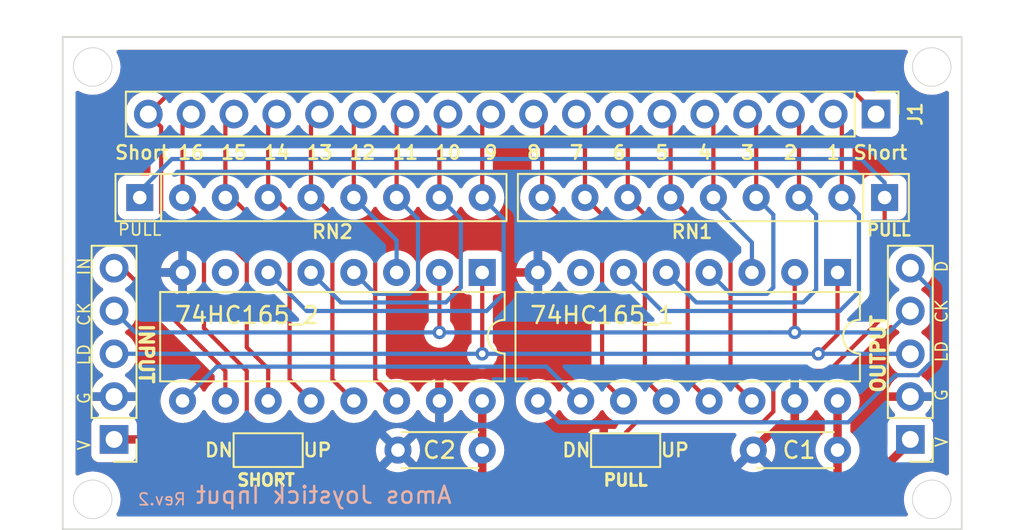
<source format=kicad_pcb>
(kicad_pcb (version 20211014) (generator pcbnew)
  (title_block (title "Joystick Input Board") (rev "2") (company "Amos Home"))
  (layers (0 "F.Cu" signal) (31 "B.Cu" signal) (34 "B.Paste" user) (35 "F.Paste" user) (36 "B.SilkS" user "B.Silkscreen") (37 "F.SilkS" user "F.Silkscreen") (38 "B.Mask" user) (39 "F.Mask" user) (44 "Edge.Cuts" user))
  (net 0 "")
  (net 1 "/PULL")
  (net 2 "/C_SHORT")
  (net 3 "/C_UP")
  (net 4 "/C_DOWN")
  (net 5 "/C_LEFT")
  (net 6 "/C_RIGHT")
  (net 7 "/C_START")
  (net 8 "/C_SELECT")
  (net 9 "VCC")
  (net 10 "GND")
  (net 11 "/D_IN")
  (net 12 "/D_OUT")
  (net 13 "/LOAD")
  (net 14 "/CLK")
  (net 15 "/C_A")
  (net 16 "/C_B")
  (net 17 "/C_X")
  (net 18 "/C_Y")
  (net 19 "/C_EX4")
  (net 20 "/C_EX3")
  (net 21 "/C_EX2")
  (net 22 "/C_EX1")
  (net 23 "/Q7")
  (net 24 "/C_R")
  (net 25 "/C_L")
  (footprint "Connector_PinHeader_2.54mm:PinHeader_1x05_P2.54mm_Vertical" (layer "F.Cu") (at 130.302 103.505 180)
    (fp_text reference "IN1" hide)
    (fp_text value "Conn_01x05_Male")
    (fp_line (start 1.33 1.27) (end 1.33 11.49) (layer "F.SilkS") (width 0.12))
    (fp_line (start -1.33 0) (end -1.33 -1.33) (layer "F.SilkS") (width 0.12))
    (fp_line (start -1.33 1.27) (end -1.33 11.49) (layer "F.SilkS") (width 0.12))
    (fp_line (start -1.33 11.49) (end 1.33 11.49) (layer "F.SilkS") (width 0.12))
    (fp_line (start -1.33 1.27) (end 1.33 1.27) (layer "F.SilkS") (width 0.12))
    (fp_line (start -1.33 -1.33) (end 0 -1.33) (layer "F.SilkS") (width 0.12))
    (pad "1" thru_hole rect locked (at 0 0 180) (size 1.7 1.7) (drill 1) (layers *.Cu *.Mask) (net 9 "VCC"))
    (pad "2" thru_hole oval locked (at 0 2.54 180) (size 1.7 1.7) (drill 1) (layers *.Cu *.Mask) (net 10 "GND"))
    (pad "3" thru_hole oval locked (at 0 5.08 180) (size 1.7 1.7) (drill 1) (layers *.Cu *.Mask) (net 13 "/LOAD"))
    (pad "4" thru_hole oval locked (at 0 7.62 180) (size 1.7 1.7) (drill 1) (layers *.Cu *.Mask) (net 14 "/CLK"))
    (pad "5" thru_hole oval locked (at 0 10.16 180) (size 1.7 1.7) (drill 1) (layers *.Cu *.Mask) (net 11 "/D_IN"))
  )
  (footprint "Package_DIP:DIP-16_W7.62mm" (layer "F.Cu") (at 152.146 93.599 -90)
    (fp_text reference "74HC165_2" (at 2.54 13.97 180) (layer "F.SilkS"))
    (fp_text value "74HC165")
    (fp_line (start 6.46 -1.33) (end 4.81 -1.33) (layer "F.SilkS") (width 0.12))
    (fp_line (start 1.16 -1.33) (end 1.16 19.11) (layer "F.SilkS") (width 0.12))
    (fp_line (start 2.81 -1.33) (end 1.16 -1.33) (layer "F.SilkS") (width 0.12))
    (fp_line (start 6.46 19.11) (end 6.46 -1.33) (layer "F.SilkS") (width 0.12))
    (fp_line (start 1.16 19.11) (end 6.46 19.11) (layer "F.SilkS") (width 0.12))
    (fp_arc (start 4.81 -1.33) (mid 3.81 -0.33) (end 2.81 -1.33) (layer "F.SilkS") (width 0.12))
    (pad "1" thru_hole rect locked (at 0 0 270) (size 1.6 1.6) (drill 0.8) (layers *.Cu *.Mask) (net 13 "/LOAD"))
    (pad "2" thru_hole oval locked (at 0 2.54 270) (size 1.6 1.6) (drill 0.8) (layers *.Cu *.Mask) (net 14 "/CLK"))
    (pad "3" thru_hole oval locked (at 0 5.08 270) (size 1.6 1.6) (drill 0.8) (layers *.Cu *.Mask) (net 24 "/C_R"))
    (pad "4" thru_hole oval locked (at 0 7.62 270) (size 1.6 1.6) (drill 0.8) (layers *.Cu *.Mask) (net 25 "/C_L"))
    (pad "5" thru_hole oval locked (at 0 10.16 270) (size 1.6 1.6) (drill 0.8) (layers *.Cu *.Mask) (net 18 "/C_Y"))
    (pad "6" thru_hole oval locked (at 0 12.7 270) (size 1.6 1.6) (drill 0.8) (layers *.Cu *.Mask) (net 17 "/C_X"))
    (pad "7" thru_hole oval locked (at 0 15.24 270) (size 1.6 1.6) (drill 0.8) (layers *.Cu *.Mask))
    (pad "8" thru_hole oval locked (at 0 17.78 270) (size 1.6 1.6) (drill 0.8) (layers *.Cu *.Mask) (net 10 "GND"))
    (pad "9" thru_hole oval locked (at 7.62 17.78 270) (size 1.6 1.6) (drill 0.8) (layers *.Cu *.Mask) (net 23 "/Q7"))
    (pad "10" thru_hole oval locked (at 7.62 15.24 270) (size 1.6 1.6) (drill 0.8) (layers *.Cu *.Mask) (net 11 "/D_IN"))
    (pad "11" thru_hole oval locked (at 7.62 12.7 270) (size 1.6 1.6) (drill 0.8) (layers *.Cu *.Mask) (net 19 "/C_EX4"))
    (pad "12" thru_hole oval locked (at 7.62 10.16 270) (size 1.6 1.6) (drill 0.8) (layers *.Cu *.Mask) (net 20 "/C_EX3"))
    (pad "13" thru_hole oval locked (at 7.62 7.62 270) (size 1.6 1.6) (drill 0.8) (layers *.Cu *.Mask) (net 21 "/C_EX2"))
    (pad "14" thru_hole oval locked (at 7.62 5.08 270) (size 1.6 1.6) (drill 0.8) (layers *.Cu *.Mask) (net 22 "/C_EX1"))
    (pad "15" thru_hole oval locked (at 7.62 2.54 270) (size 1.6 1.6) (drill 0.8) (layers *.Cu *.Mask) (net 10 "GND"))
    (pad "16" thru_hole oval locked (at 7.62 0 270) (size 1.6 1.6) (drill 0.8) (layers *.Cu *.Mask) (net 9 "VCC"))
  )
  (footprint "Package_DIP:DIP-16_W7.62mm" (layer "F.Cu") (at 173.228 93.599 -90)
    (fp_text reference "74HC165_1" (at 2.54 13.97 180) (layer "F.SilkS"))
    (fp_text value "74HC165")
    (fp_line (start 6.46 19.11) (end 6.46 -1.33) (layer "F.SilkS") (width 0.12))
    (fp_line (start 1.16 -1.33) (end 1.16 19.11) (layer "F.SilkS") (width 0.12))
    (fp_line (start 1.16 19.11) (end 6.46 19.11) (layer "F.SilkS") (width 0.12))
    (fp_line (start 6.46 -1.33) (end 4.81 -1.33) (layer "F.SilkS") (width 0.12))
    (fp_line (start 2.81 -1.33) (end 1.16 -1.33) (layer "F.SilkS") (width 0.12))
    (fp_arc (start 4.81 -1.33) (mid 3.81 -0.33) (end 2.81 -1.33) (layer "F.SilkS") (width 0.12))
    (pad "1" thru_hole rect locked (at 0 0 270) (size 1.6 1.6) (drill 0.8) (layers *.Cu *.Mask) (net 13 "/LOAD"))
    (pad "2" thru_hole oval locked (at 0 2.54 270) (size 1.6 1.6) (drill 0.8) (layers *.Cu *.Mask) (net 14 "/CLK"))
    (pad "3" thru_hole oval locked (at 0 5.08 270) (size 1.6 1.6) (drill 0.8) (layers *.Cu *.Mask) (net 6 "/C_RIGHT"))
    (pad "4" thru_hole oval locked (at 0 7.62 270) (size 1.6 1.6) (drill 0.8) (layers *.Cu *.Mask) (net 5 "/C_LEFT"))
    (pad "5" thru_hole oval locked (at 0 10.16 270) (size 1.6 1.6) (drill 0.8) (layers *.Cu *.Mask) (net 4 "/C_DOWN"))
    (pad "6" thru_hole oval locked (at 0 12.7 270) (size 1.6 1.6) (drill 0.8) (layers *.Cu *.Mask) (net 3 "/C_UP"))
    (pad "7" thru_hole oval locked (at 0 15.24 270) (size 1.6 1.6) (drill 0.8) (layers *.Cu *.Mask))
    (pad "8" thru_hole oval locked (at 0 17.78 270) (size 1.6 1.6) (drill 0.8) (layers *.Cu *.Mask) (net 10 "GND"))
    (pad "9" thru_hole oval locked (at 7.62 17.78 270) (size 1.6 1.6) (drill 0.8) (layers *.Cu *.Mask) (net 12 "/D_OUT"))
    (pad "10" thru_hole oval locked (at 7.62 15.24 270) (size 1.6 1.6) (drill 0.8) (layers *.Cu *.Mask) (net 23 "/Q7"))
    (pad "11" thru_hole oval locked (at 7.62 12.7 270) (size 1.6 1.6) (drill 0.8) (layers *.Cu *.Mask) (net 16 "/C_B"))
    (pad "12" thru_hole oval locked (at 7.62 10.16 270) (size 1.6 1.6) (drill 0.8) (layers *.Cu *.Mask) (net 15 "/C_A"))
    (pad "13" thru_hole oval locked (at 7.62 7.62 270) (size 1.6 1.6) (drill 0.8) (layers *.Cu *.Mask) (net 8 "/C_SELECT"))
    (pad "14" thru_hole oval locked (at 7.62 5.08 270) (size 1.6 1.6) (drill 0.8) (layers *.Cu *.Mask) (net 7 "/C_START"))
    (pad "15" thru_hole oval locked (at 7.62 2.54 270) (size 1.6 1.6) (drill 0.8) (layers *.Cu *.Mask) (net 10 "GND"))
    (pad "16" thru_hole oval locked (at 7.62 0 270) (size 1.6 1.6) (drill 0.8) (layers *.Cu *.Mask) (net 9 "VCC"))
  )
  (footprint "Resistor_THT:R_Array_SIP9" (layer "F.Cu") (at 176.022 89.154 180)
    (fp_text reference "RN1" (at 11.43 -2.032) (layer "F.SilkS") (effects (font (size 0.8 0.8))))
    (fp_text value "10K")
    (fp_line (start -1.44 -1.4) (end -1.44 1.4) (layer "F.SilkS") (width 0.12))
    (fp_line (start 21.76 -1.4) (end -1.44 -1.4) (layer "F.SilkS") (width 0.12))
    (fp_line (start -1.44 1.4) (end 21.76 1.4) (layer "F.SilkS") (width 0.12))
    (fp_line (start 21.76 1.4) (end 21.76 -1.4) (layer "F.SilkS") (width 0.12))
    (fp_line (start 1.27 -1.4) (end 1.27 1.4) (layer "F.SilkS") (width 0.12))
    (pad "1" thru_hole rect locked (at 0 0 180) (size 1.6 1.6) (drill 0.8) (layers *.Cu *.Mask) (net 1 "/PULL"))
    (pad "2" thru_hole oval locked (at 2.54 0 180) (size 1.6 1.6) (drill 0.8) (layers *.Cu *.Mask) (net 3 "/C_UP"))
    (pad "3" thru_hole oval locked (at 5.08 0 180) (size 1.6 1.6) (drill 0.8) (layers *.Cu *.Mask) (net 4 "/C_DOWN"))
    (pad "4" thru_hole oval locked (at 7.62 0 180) (size 1.6 1.6) (drill 0.8) (layers *.Cu *.Mask) (net 5 "/C_LEFT"))
    (pad "5" thru_hole oval locked (at 10.16 0 180) (size 1.6 1.6) (drill 0.8) (layers *.Cu *.Mask) (net 6 "/C_RIGHT"))
    (pad "6" thru_hole oval locked (at 12.7 0 180) (size 1.6 1.6) (drill 0.8) (layers *.Cu *.Mask) (net 7 "/C_START"))
    (pad "7" thru_hole oval locked (at 15.24 0 180) (size 1.6 1.6) (drill 0.8) (layers *.Cu *.Mask) (net 8 "/C_SELECT"))
    (pad "8" thru_hole oval locked (at 17.78 0 180) (size 1.6 1.6) (drill 0.8) (layers *.Cu *.Mask) (net 15 "/C_A"))
    (pad "9" thru_hole oval locked (at 20.32 0 180) (size 1.6 1.6) (drill 0.8) (layers *.Cu *.Mask) (net 16 "/C_B"))
  )
  (footprint "Connector_PinHeader_2.54mm:PinHeader_1x18_P2.54mm_Vertical" (layer "F.Cu") (at 175.514 84.201 -90)
    (fp_text reference "J1" (at 0 -2.33 90) (layer "F.SilkS") (effects (font (size 0.8 0.8))))
    (fp_text value "Conn_01x18_Male")
    (fp_line (start -1.33 1.27) (end -1.33 44.51) (layer "F.SilkS") (width 0.12))
    (fp_line (start -1.33 44.51) (end 1.33 44.51) (layer "F.SilkS") (width 0.12))
    (fp_line (start -1.33 0) (end -1.33 -1.33) (layer "F.SilkS") (width 0.12))
    (fp_line (start 1.33 1.27) (end 1.33 44.51) (layer "F.SilkS") (width 0.12))
    (fp_line (start -1.33 -1.33) (end 0 -1.33) (layer "F.SilkS") (width 0.12))
    (fp_line (start -1.33 1.27) (end 1.33 1.27) (layer "F.SilkS") (width 0.12))
    (pad "1" thru_hole rect locked (at 0 0 270) (size 1.7 1.7) (drill 1) (layers *.Cu *.Mask) (net 2 "/C_SHORT"))
    (pad "2" thru_hole oval locked (at 0 2.54 270) (size 1.7 1.7) (drill 1) (layers *.Cu *.Mask) (net 3 "/C_UP"))
    (pad "3" thru_hole oval locked (at 0 5.08 270) (size 1.7 1.7) (drill 1) (layers *.Cu *.Mask) (net 4 "/C_DOWN"))
    (pad "4" thru_hole oval locked (at 0 7.62 270) (size 1.7 1.7) (drill 1) (layers *.Cu *.Mask) (net 5 "/C_LEFT"))
    (pad "5" thru_hole oval locked (at 0 10.16 270) (size 1.7 1.7) (drill 1) (layers *.Cu *.Mask) (net 6 "/C_RIGHT"))
    (pad "6" thru_hole oval locked (at 0 12.7 270) (size 1.7 1.7) (drill 1) (layers *.Cu *.Mask) (net 7 "/C_START"))
    (pad "7" thru_hole oval locked (at 0 15.24 270) (size 1.7 1.7) (drill 1) (layers *.Cu *.Mask) (net 8 "/C_SELECT"))
    (pad "8" thru_hole oval locked (at 0 17.78 270) (size 1.7 1.7) (drill 1) (layers *.Cu *.Mask) (net 15 "/C_A"))
    (pad "9" thru_hole oval locked (at 0 20.32 270) (size 1.7 1.7) (drill 1) (layers *.Cu *.Mask) (net 16 "/C_B"))
    (pad "10" thru_hole oval locked (at 0 22.86 270) (size 1.7 1.7) (drill 1) (layers *.Cu *.Mask) (net 17 "/C_X"))
    (pad "11" thru_hole oval locked (at 0 25.4 270) (size 1.7 1.7) (drill 1) (layers *.Cu *.Mask) (net 18 "/C_Y"))
    (pad "12" thru_hole oval locked (at 0 27.94 270) (size 1.7 1.7) (drill 1) (layers *.Cu *.Mask) (net 25 "/C_L"))
    (pad "13" thru_hole oval locked (at 0 30.48 270) (size 1.7 1.7) (drill 1) (layers *.Cu *.Mask) (net 24 "/C_R"))
    (pad "14" thru_hole oval locked (at 0 33.02 270) (size 1.7 1.7) (drill 1) (layers *.Cu *.Mask) (net 22 "/C_EX1"))
    (pad "15" thru_hole oval locked (at 0 35.56 270) (size 1.7 1.7) (drill 1) (layers *.Cu *.Mask) (net 21 "/C_EX2"))
    (pad "16" thru_hole oval locked (at 0 38.1 270) (size 1.7 1.7) (drill 1) (layers *.Cu *.Mask) (net 20 "/C_EX3"))
    (pad "17" thru_hole oval locked (at 0 40.64 270) (size 1.7 1.7) (drill 1) (layers *.Cu *.Mask) (net 19 "/C_EX4"))
    (pad "18" thru_hole oval locked (at 0 43.18 270) (size 1.7 1.7) (drill 1) (layers *.Cu *.Mask) (net 2 "/C_SHORT"))
  )
  (footprint "Resistor_THT:R_Array_SIP9" (layer "F.Cu") (at 131.826 89.154)
    (fp_text reference "RN2" (at 11.43 2.032) (layer "F.SilkS") (effects (font (size 0.8 0.8))))
    (fp_text value "10K")
    (fp_line (start 1.27 -1.4) (end 1.27 1.4) (layer "F.SilkS") (width 0.12))
    (fp_line (start 21.76 1.4) (end 21.76 -1.4) (layer "F.SilkS") (width 0.12))
    (fp_line (start -1.44 1.4) (end 21.76 1.4) (layer "F.SilkS") (width 0.12))
    (fp_line (start -1.44 -1.4) (end -1.44 1.4) (layer "F.SilkS") (width 0.12))
    (fp_line (start 21.76 -1.4) (end -1.44 -1.4) (layer "F.SilkS") (width 0.12))
    (pad "1" thru_hole rect locked (at 0 0) (size 1.6 1.6) (drill 0.8) (layers *.Cu *.Mask) (net 1 "/PULL"))
    (pad "2" thru_hole oval locked (at 2.54 0) (size 1.6 1.6) (drill 0.8) (layers *.Cu *.Mask) (net 19 "/C_EX4"))
    (pad "3" thru_hole oval locked (at 5.08 0) (size 1.6 1.6) (drill 0.8) (layers *.Cu *.Mask) (net 20 "/C_EX3"))
    (pad "4" thru_hole oval locked (at 7.62 0) (size 1.6 1.6) (drill 0.8) (layers *.Cu *.Mask) (net 21 "/C_EX2"))
    (pad "5" thru_hole oval locked (at 10.16 0) (size 1.6 1.6) (drill 0.8) (layers *.Cu *.Mask) (net 22 "/C_EX1"))
    (pad "6" thru_hole oval locked (at 12.7 0) (size 1.6 1.6) (drill 0.8) (layers *.Cu *.Mask) (net 24 "/C_R"))
    (pad "7" thru_hole oval locked (at 15.24 0) (size 1.6 1.6) (drill 0.8) (layers *.Cu *.Mask) (net 25 "/C_L"))
    (pad "8" thru_hole oval locked (at 17.78 0) (size 1.6 1.6) (drill 0.8) (layers *.Cu *.Mask) (net 18 "/C_Y"))
    (pad "9" thru_hole oval locked (at 20.32 0) (size 1.6 1.6) (drill 0.8) (layers *.Cu *.Mask) (net 17 "/C_X"))
  )
  (footprint "Connector_PinHeader_2.54mm:PinHeader_1x05_P2.54mm_Vertical" (layer "F.Cu") (at 177.546 103.505 180)
    (fp_text reference "OUT1" hide)
    (fp_text value "Conn_01x05_Male")
    (fp_line (start -1.33 11.49) (end 1.33 11.49) (layer "F.SilkS") (width 0.12))
    (fp_line (start -1.33 1.27) (end 1.33 1.27) (layer "F.SilkS") (width 0.12))
    (fp_line (start 1.33 1.27) (end 1.33 11.49) (layer "F.SilkS") (width 0.12))
    (fp_line (start -1.33 1.27) (end -1.33 11.49) (layer "F.SilkS") (width 0.12))
    (fp_line (start -1.33 0) (end -1.33 -1.33) (layer "F.SilkS") (width 0.12))
    (fp_line (start -1.33 -1.33) (end 0 -1.33) (layer "F.SilkS") (width 0.12))
    (pad "1" thru_hole rect locked (at 0 0 180) (size 1.7 1.7) (drill 1) (layers *.Cu *.Mask) (net 9 "VCC"))
    (pad "2" thru_hole oval locked (at 0 2.54 180) (size 1.7 1.7) (drill 1) (layers *.Cu *.Mask) (net 10 "GND"))
    (pad "3" thru_hole oval locked (at 0 5.08 180) (size 1.7 1.7) (drill 1) (layers *.Cu *.Mask) (net 13 "/LOAD"))
    (pad "4" thru_hole oval locked (at 0 7.62 180) (size 1.7 1.7) (drill 1) (layers *.Cu *.Mask) (net 14 "/CLK"))
    (pad "5" thru_hole oval locked (at 0 10.16 180) (size 1.7 1.7) (drill 1) (layers *.Cu *.Mask) (net 12 "/D_OUT"))
  )
  (footprint "Capacitor_THT:C_Disc_D4.3mm_W1.9mm_P5.00mm" (layer "F.Cu") (at 152.146 104.14 180)
    (fp_text reference "C2" (at 2.54 0) (layer "F.SilkS"))
    (fp_text value "100nF")
    (fp_line (start 0.23 -1.07) (end 0.23 -1.055) (layer "F.SilkS") (width 0.12))
    (fp_line (start 4.77 -1.07) (end 4.77 -1.055) (layer "F.SilkS") (width 0.12))
    (fp_line (start 0.23 1.055) (end 0.23 1.07) (layer "F.SilkS") (width 0.12))
    (fp_line (start 4.77 1.055) (end 4.77 1.07) (layer "F.SilkS") (width 0.12))
    (fp_line (start 0.23 1.07) (end 4.77 1.07) (layer "F.SilkS") (width 0.12))
    (fp_line (start 0.23 -1.07) (end 4.77 -1.07) (layer "F.SilkS") (width 0.12))
    (pad "1" thru_hole circle locked (at 0 0 180) (size 1.6 1.6) (drill 0.8) (layers *.Cu *.Mask) (net 9 "VCC"))
    (pad "2" thru_hole circle locked (at 5 0 180) (size 1.6 1.6) (drill 0.8) (layers *.Cu *.Mask) (net 10 "GND"))
  )
  (footprint "Capacitor_THT:C_Disc_D4.3mm_W1.9mm_P5.00mm" (layer "F.Cu") (at 173.228 104.14 180)
    (fp_text reference "C1" (at 2.286 0) (layer "F.SilkS"))
    (fp_text value "100nF")
    (fp_line (start 0.23 1.07) (end 4.77 1.07) (layer "F.SilkS") (width 0.12))
    (fp_line (start 0.23 -1.07) (end 0.23 -1.055) (layer "F.SilkS") (width 0.12))
    (fp_line (start 0.23 -1.07) (end 4.77 -1.07) (layer "F.SilkS") (width 0.12))
    (fp_line (start 0.23 1.055) (end 0.23 1.07) (layer "F.SilkS") (width 0.12))
    (fp_line (start 4.77 -1.07) (end 4.77 -1.055) (layer "F.SilkS") (width 0.12))
    (fp_line (start 4.77 1.055) (end 4.77 1.07) (layer "F.SilkS") (width 0.12))
    (pad "1" thru_hole circle locked (at 0 0 180) (size 1.6 1.6) (drill 0.8) (layers *.Cu *.Mask) (net 9 "VCC"))
    (pad "2" thru_hole circle locked (at 5 0 180) (size 1.6 1.6) (drill 0.8) (layers *.Cu *.Mask) (net 10 "GND"))
  )
  (footprint "Jumper:SolderJumper-3_P1.3mm_Bridged12_Pad1.0x1.5mm_NumberLabels" (layer "F.Cu") (at 160.655 104.14 180)
    (fp_text reference "PULL1" hide)
    (fp_text value "Conn_01x03_Male")
    (fp_text user "DN" (at 2.921 0) (layer "F.SilkS") (effects (font (size 0.8 0.8))))
    (fp_text user "UP" (at -2.921 0) (layer "F.SilkS") (effects (font (size 0.8 0.8))))
    (fp_poly (pts (xy -0.9 -0.3) (xy -0.4 -0.3) (xy -0.4 0.3) (xy -0.9 0.3)) (layer "F.Cu") (width 0) (fill solid))
    (fp_line (start 2.05 1) (end -2.05 1) (layer "F.SilkS") (width 0.12))
    (fp_line (start -2.05 -1) (end 2.05 -1) (layer "F.SilkS") (width 0.12))
    (fp_line (start -2.05 1) (end -2.05 -1) (layer "F.SilkS") (width 0.12))
    (fp_line (start 2.05 -1) (end 2.05 1) (layer "F.SilkS") (width 0.12))
    (pad "1" smd rect (at -1.3 0 180) (size 1 1.5) (layers "F.Cu" "F.Mask") (net 9 "VCC"))
    (pad "2" smd rect (at 0 0 180) (size 1 1.5) (layers "F.Cu" "F.Mask") (net 1 "/PULL"))
    (pad "3" smd rect (at 1.3 0 180) (size 1 1.5) (layers "F.Cu" "F.Mask") (net 10 "GND"))
  )
  (footprint "Jumper:SolderJumper-3_P1.3mm_Bridged12_Pad1.0x1.5mm_NumberLabels" (layer "F.Cu") (at 139.446 104.14)
    (fp_text reference "SHORT1" hide)
    (fp_text value "Conn_01x03_Male")
    (fp_text user "UP" (at 2.921 0) (layer "F.SilkS") (effects (font (size 0.8 0.8))))
    (fp_text user "DN" (at -2.921 0) (layer "F.SilkS") (effects (font (size 0.8 0.8))))
    (fp_poly (pts (xy -0.9 -0.3) (xy -0.4 -0.3) (xy -0.4 0.3) (xy -0.9 0.3)) (layer "F.Cu") (width 0) (fill solid))
    (fp_line (start 2.05 -1) (end 2.05 1) (layer "F.SilkS") (width 0.12))
    (fp_line (start -2.05 1) (end -2.05 -1) (layer "F.SilkS") (width 0.12))
    (fp_line (start 2.05 1) (end -2.05 1) (layer "F.SilkS") (width 0.12))
    (fp_line (start -2.05 -1) (end 2.05 -1) (layer "F.SilkS") (width 0.12))
    (pad "1" smd rect (at -1.3 0) (size 1 1.5) (layers "F.Cu" "F.Mask") (net 10 "GND"))
    (pad "2" smd rect (at 0 0) (size 1 1.5) (layers "F.Cu" "F.Mask") (net 2 "/C_SHORT"))
    (pad "3" smd rect (at 1.3 0) (size 1 1.5) (layers "F.Cu" "F.Mask") (net 9 "VCC"))
  )
  (gr_circle (center 129.032 107.061) (end 129.032 105.918) (layer "Edge.Cuts") (width 0.05) (fill none))
  (gr_circle (center 129.032 81.407) (end 129.032 80.264) (layer "Edge.Cuts") (width 0.05) (fill none))
  (gr_line (start 180.594 79.629) (end 180.594 108.839) (layer "Edge.Cuts") (width 0.1))
  (gr_circle (center 178.816 81.407) (end 178.816 80.264) (layer "Edge.Cuts") (width 0.05) (fill none))
  (gr_line (start 180.594 108.839) (end 127.254 108.839) (layer "Edge.Cuts") (width 0.1))
  (gr_line (start 127.254 108.839) (end 127.254 79.629) (layer "Edge.Cuts") (width 0.1))
  (gr_circle (center 178.816 107.061) (end 178.816 105.918) (layer "Edge.Cuts") (width 0.05) (fill none))
  (gr_line (start 127.254 79.629) (end 180.594 79.629) (layer "Edge.Cuts") (width 0.1))
  (gr_text "Amos Joystick Input" (at 142.748 106.807) (layer "B.SilkS") (effects (font (size 1 1)) (justify mirror)))
  (gr_text "Rev.2" (at 134.62 107.061) (layer "B.SilkS") (effects (font (size 0.7 0.7) (thickness 0.1)) (justify left mirror)))
  (gr_text "V    G   LD  CK   IN" (at 128.524 98.425 90) (layer "F.SilkS") (effects (font (size 0.7 0.7) (thickness 0.1))))
  (gr_text "V    G   LD  CK   D" (at 179.4002 98.425 90) (layer "F.SilkS") (effects (font (size 0.7 0.7) (thickness 0.1))))
  (gr_text "Short" (at 175.768 86.487) (layer "F.SilkS") (effects (font (size 0.8 0.8))))
  (gr_text "16" (at 134.874 86.487) (layer "F.SilkS") (effects (font (size 0.8 0.8))))
  (gr_text "8" (at 155.194 86.487) (layer "F.SilkS") (effects (font (size 0.8 0.8))))
  (gr_text "1" (at 172.974 86.487) (layer "F.SilkS") (effects (font (size 0.8 0.8))))
  (gr_text "SHORT" (at 139.319 105.918) (layer "F.SilkS") (effects (font (size 0.7 0.7) (thickness 0.175))))
  (gr_text "OUTPUT" (at 175.641 98.425 90) (layer "F.SilkS") (effects (font (size 0.8 0.8) (thickness 0.2))))
  (gr_text "2" (at 170.434 86.487) (layer "F.SilkS") (effects (font (size 0.8 0.8))))
  (gr_text "PULL" (at 176.276 91.0844) (layer "F.SilkS") (effects (font (size 0.7 0.7))))
  (gr_text "11" (at 147.574 86.487) (layer "F.SilkS") (effects (font (size 0.8 0.8))))
  (gr_text "13" (at 142.494 86.487) (layer "F.SilkS") (effects (font (size 0.8 0.8))))
  (gr_text "PULL" (at 160.655 105.918) (layer "F.SilkS") (effects (font (size 0.7 0.7) (thickness 0.175))))
  (gr_text "14" (at 139.954 86.487) (layer "F.SilkS") (effects (font (size 0.8 0.8))))
  (gr_text "7" (at 157.734 86.487) (layer "F.SilkS") (effects (font (size 0.8 0.8))))
  (gr_text "5" (at 162.814 86.487) (layer "F.SilkS") (effects (font (size 0.8 0.8))))
  (gr_text "9" (at 152.654 86.487) (layer "F.SilkS") (effects (font (size 0.8 0.8))))
  (gr_text "PULL" (at 131.826 91.059) (layer "F.SilkS") (effects (font (size 0.7 0.7) (thickness 0.1))))
  (gr_text "12" (at 145.034 86.487) (layer "F.SilkS") (effects (font (size 0.8 0.8))))
  (gr_text "INPUT" (at 132.207 98.425 -90) (layer "F.SilkS") (effects (font (size 0.8 0.8) (thickness 0.2))))
  (gr_text "4" (at 165.354 86.487) (layer "F.SilkS") (effects (font (size 0.8 0.8))))
  (gr_text "6" (at 160.274 86.487) (layer "F.SilkS") (effects (font (size 0.8 0.8))))
  (gr_text "15" (at 137.414 86.487) (layer "F.SilkS") (effects (font (size 0.8 0.8))))
  (gr_text "Short" (at 131.953 86.487) (layer "F.SilkS") (effects (font (size 0.8 0.8))))
  (gr_text "10" (at 150.114 86.487) (layer "F.SilkS") (effects (font (size 0.8 0.8))))
  (gr_text "3" (at 167.894 86.487) (layer "F.SilkS") (effects (font (size 0.8 0.8))))
  (segment (start 176.022 96.139) (end 176.022 88.9) (width 0.25) (layer "F.Cu") (net 1))
  (segment (start 169.418 101.854) (end 169.418 100.33) (width 0.25) (layer "F.Cu") (net 1))
  (segment (start 169.418 100.33) (end 170.307 99.441) (width 0.25) (layer "F.Cu") (net 1))
  (segment (start 170.307 99.441) (end 172.72 99.441) (width 0.25) (layer "F.Cu") (net 1))
  (segment (start 168.783 102.489) (end 169.418 101.854) (width 0.25) (layer "F.Cu") (net 1))
  (segment (start 160.685 104.14) (end 160.685 103.085) (width 0.25) (layer "F.Cu") (net 1))
  (segment (start 172.72 99.441) (end 176.022 96.139) (width 0.25) (layer "F.Cu") (net 1))
  (segment (start 160.685 103.085) (end 161.281 102.489) (width 0.25) (layer "F.Cu") (net 1))
  (segment (start 161.281 102.489) (end 168.783 102.489) (width 0.25) (layer "F.Cu") (net 1))
  (segment (start 131.826 88.773) (end 131.826 89.154) (width 0.25) (layer "B.Cu") (net 1))
  (segment (start 174.625 86.868) (end 133.731 86.868) (width 0.25) (layer "B.Cu") (net 1))
  (segment (start 133.731 86.868) (end 131.826 88.773) (width 0.25) (layer "B.Cu") (net 1))
  (segment (start 176.022 88.265) (end 174.625 86.868) (width 0.25) (layer "B.Cu") (net 1))
  (segment (start 176.022 89.154) (end 176.022 88.265) (width 0.25) (layer "B.Cu") (net 1))
  (segment (start 175.514 84.201) (end 174.117 82.804) (width 0.25) (layer "F.Cu") (net 2))
  (segment (start 133.096 84.963) (end 133.096 90.043) (width 0.25) (layer "F.Cu") (net 2))
  (segment (start 138.176 101.924501) (end 139.446 103.194501) (width 0.25) (layer "F.Cu") (net 2))
  (segment (start 132.334 84.201) (end 133.096 84.963) (width 0.25) (layer "F.Cu") (net 2))
  (segment (start 174.117 82.804) (end 133.731 82.804) (width 0.25) (layer "F.Cu") (net 2))
  (segment (start 135.636 96.901) (end 138.176 99.441) (width 0.25) (layer "F.Cu") (net 2))
  (segment (start 133.731 82.804) (end 132.334 84.201) (width 0.25) (layer "F.Cu") (net 2))
  (segment (start 135.636 92.583) (end 135.636 96.901) (width 0.25) (layer "F.Cu") (net 2))
  (segment (start 133.096 90.043) (end 135.636 92.583) (width 0.25) (layer "F.Cu") (net 2))
  (segment (start 138.176 99.441) (end 138.176 101.924501) (width 0.25) (layer "F.Cu") (net 2))
  (segment (start 139.446 103.194501) (end 139.446 104.0765) (width 0.25) (layer "F.Cu") (net 2))
  (segment (start 173.482 84.709) (end 173.482 89.154) (width 0.25) (layer "F.Cu") (net 3))
  (segment (start 172.974 84.201) (end 173.482 84.709) (width 0.25) (layer "F.Cu") (net 3))
  (segment (start 174.498 94.742) (end 174.498 90.17) (width 0.25) (layer "B.Cu") (net 3))
  (segment (start 160.528 93.599) (end 162.814 95.885) (width 0.25) (layer "B.Cu") (net 3))
  (segment (start 162.814 95.885) (end 173.355 95.885) (width 0.25) (layer "B.Cu") (net 3))
  (segment (start 173.355 95.885) (end 174.498 94.742) (width 0.25) (layer "B.Cu") (net 3))
  (segment (start 174.498 90.17) (end 173.482 89.154) (width 0.25) (layer "B.Cu") (net 3))
  (segment (start 170.434 84.201) (end 170.942 84.709) (width 0.25) (layer "F.Cu") (net 4))
  (segment (start 170.942 84.709) (end 170.942 89.154) (width 0.25) (layer "F.Cu") (net 4))
  (segment (start 171.958 90.17) (end 170.942 89.154) (width 0.25) (layer "B.Cu") (net 4))
  (segment (start 163.068 93.599) (end 164.846 95.377) (width 0.25) (layer "B.Cu") (net 4))
  (segment (start 171.958 94.615) (end 171.958 90.17) (width 0.25) (layer "B.Cu") (net 4))
  (segment (start 164.846 95.377) (end 171.196 95.377) (width 0.25) (layer "B.Cu") (net 4))
  (segment (start 171.196 95.377) (end 171.958 94.615) (width 0.25) (layer "B.Cu") (net 4))
  (segment (start 167.894 84.201) (end 168.402 84.709) (width 0.25) (layer "F.Cu") (net 5))
  (segment (start 168.402 84.709) (end 168.402 89.154) (width 0.25) (layer "F.Cu") (net 5))
  (segment (start 169.037 94.869) (end 169.418 94.488) (width 0.25) (layer "B.Cu") (net 5))
  (segment (start 166.878 94.869) (end 169.037 94.869) (width 0.25) (layer "B.Cu") (net 5))
  (segment (start 169.418 94.488) (end 169.418 90.17) (width 0.25) (layer "B.Cu") (net 5))
  (segment (start 165.608 93.599) (end 166.878 94.869) (width 0.25) (layer "B.Cu") (net 5))
  (segment (start 169.418 90.17) (end 168.402 89.154) (width 0.25) (layer "B.Cu") (net 5))
  (segment (start 165.862 84.709) (end 165.862 89.154) (width 0.25) (layer "F.Cu") (net 6))
  (segment (start 165.354 84.201) (end 165.862 84.709) (width 0.25) (layer "F.Cu") (net 6))
  (segment (start 168.148 91.821) (end 165.862 89.535) (width 0.25) (layer "B.Cu") (net 6))
  (segment (start 165.862 89.535) (end 165.862 89.154) (width 0.25) (layer "B.Cu") (net 6))
  (segment (start 168.148 93.599) (end 168.148 91.821) (width 0.25) (layer "B.Cu") (net 6))
  (segment (start 162.814 84.201) (end 163.322 84.709) (width 0.25) (layer "F.Cu") (net 7))
  (segment (start 163.322 89.154) (end 166.878 92.71) (width 0.25) (layer "F.Cu") (net 7))
  (segment (start 166.878 99.949) (end 168.148 101.219) (width 0.25) (layer "F.Cu") (net 7))
  (segment (start 166.878 92.71) (end 166.878 99.949) (width 0.25) (layer "F.Cu") (net 7))
  (segment (start 163.322 84.709) (end 163.322 89.154) (width 0.25) (layer "F.Cu") (net 7))
  (segment (start 160.274 84.201) (end 160.782 84.709) (width 0.25) (layer "F.Cu") (net 8))
  (segment (start 160.782 84.709) (end 160.782 89.154) (width 0.25) (layer "F.Cu") (net 8))
  (segment (start 164.338 92.71) (end 164.338 99.949) (width 0.25) (layer "F.Cu") (net 8))
  (segment (start 160.782 89.154) (end 164.338 92.71) (width 0.25) (layer "F.Cu") (net 8))
  (segment (start 164.338 99.949) (end 165.608 101.219) (width 0.25) (layer "F.Cu") (net 8))
  (segment (start 173.228 104.14) (end 173.228 101.219) (width 0.5) (layer "F.Cu") (net 9))
  (segment (start 173.228 106.299) (end 173.101 106.426) (width 0.5) (layer "F.Cu") (net 9))
  (segment (start 173.101 106.426) (end 174.752 106.426) (width 0.5) (layer "F.Cu") (net 9))
  (segment (start 177.546 103.632) (end 177.546 103.505) (width 0.5) (layer "F.Cu") (net 9))
  (segment (start 140.589 106.426) (end 134.747 106.426) (width 0.5) (layer "F.Cu") (net 9))
  (segment (start 173.228 104.14) (end 173.228 106.299) (width 0.5) (layer "F.Cu") (net 9))
  (segment (start 152.146 104.14) (end 152.146 106.426) (width 0.5) (layer "F.Cu") (net 9))
  (segment (start 131.826 103.505) (end 130.302 103.505) (width 0.5) (layer "F.Cu") (net 9))
  (segment (start 161.9885 106.426) (end 140.589 106.426) (width 0.5) (layer "F.Cu") (net 9))
  (segment (start 161.955 104.14) (end 161.955 106.3925) (width 0.5) (layer "F.Cu") (net 9))
  (segment (start 152.146 101.219) (end 152.146 104.14) (width 0.5) (layer "F.Cu") (net 9))
  (segment (start 134.747 106.426) (end 131.826 103.505) (width 0.5) (layer "F.Cu") (net 9))
  (segment (start 140.746 106.269) (end 140.746 104.14) (width 0.5) (layer "F.Cu") (net 9))
  (segment (start 161.9885 106.426) (end 173.101 106.426) (width 0.5) (layer "F.Cu") (net 9))
  (segment (start 174.752 106.426) (end 177.546 103.632) (width 0.5) (layer "F.Cu") (net 9))
  (segment (start 130.302 93.345) (end 130.81 93.345) (width 0.25) (layer "F.Cu") (net 11))
  (segment (start 136.906 99.441) (end 136.906 101.219) (width 0.25) (layer "F.Cu") (net 11))
  (segment (start 130.81 93.345) (end 136.906 99.441) (width 0.25) (layer "F.Cu") (net 11))
  (segment (start 178.816 98.894002) (end 178.015002 99.695) (width 0.25) (layer "B.Cu") (net 12))
  (segment (start 178.015002 99.695) (end 176.657 99.695) (width 0.25) (layer "B.Cu") (net 12))
  (segment (start 173.863 102.489) (end 156.718 102.489) (width 0.25) (layer "B.Cu") (net 12))
  (segment (start 178.816 94.615) (end 178.816 98.894002) (width 0.25) (layer "B.Cu") (net 12))
  (segment (start 156.718 102.489) (end 155.448 101.219) (width 0.25) (layer "B.Cu") (net 12))
  (segment (start 176.657 99.695) (end 173.863 102.489) (width 0.25) (layer "B.Cu") (net 12))
  (segment (start 177.546 93.345) (end 178.816 94.615) (width 0.25) (layer "B.Cu") (net 12))
  (segment (start 152.146 93.599) (end 152.146 98.425) (width 0.25) (layer "F.Cu") (net 13))
  (segment (start 173.228 93.599) (end 173.228 97.282) (width 0.25) (layer "F.Cu") (net 13))
  (segment (start 173.228 97.282) (end 172.085 98.425) (width 0.25) (layer "F.Cu") (net 13))
  (via (at 152.146 98.425) (size 0.8) (drill 0.4) (layers "F.Cu" "B.Cu") (net 13))
  (via (at 172.085 98.425) (size 0.8) (drill 0.4) (layers "F.Cu" "B.Cu") (net 13))
  (segment (start 177.546 98.425) (end 172.085 98.425) (width 0.25) (layer "B.Cu") (net 13))
  (segment (start 152.146 98.425) (end 172.085 98.425) (width 0.25) (layer "B.Cu") (net 13))
  (segment (start 130.302 98.425) (end 152.146 98.425) (width 0.25) (layer "B.Cu") (net 13))
  (segment (start 149.606 93.599) (end 149.606 97.155) (width 0.25) (layer "F.Cu") (net 14))
  (segment (start 170.688 93.599) (end 170.688 97.155) (width 0.25) (layer "F.Cu") (net 14))
  (via (at 149.606 97.155) (size 0.8) (drill 0.4) (layers "F.Cu" "B.Cu") (net 14))
  (via (at 170.688 97.155) (size 0.8) (drill 0.4) (layers "F.Cu" "B.Cu") (net 14))
  (segment (start 177.546 95.885) (end 176.276 97.155) (width 0.25) (layer "B.Cu") (net 14))
  (segment (start 149.606 97.155) (end 169.164 97.155) (width 0.25) (layer "B.Cu") (net 14))
  (segment (start 130.302 95.885) (end 131.572 97.155) (width 0.25) (layer "B.Cu") (net 14))
  (segment (start 131.572 97.155) (end 149.606 97.155) (width 0.25) (layer "B.Cu") (net 14))
  (segment (start 170.688 97.155) (end 169.164 97.155) (width 0.25) (layer "B.Cu") (net 14))
  (segment (start 176.276 97.155) (end 170.688 97.155) (width 0.25) (layer "B.Cu") (net 14))
  (segment (start 158.242 84.709) (end 158.242 89.154) (width 0.25) (layer "F.Cu") (net 15))
  (segment (start 158.242 89.154) (end 161.798 92.71) (width 0.25) (layer "F.Cu") (net 15))
  (segment (start 157.734 84.201) (end 158.242 84.709) (width 0.25) (layer "F.Cu") (net 15))
  (segment (start 161.798 99.949) (end 163.068 101.219) (width 0.25) (layer "F.Cu") (net 15))
  (segment (start 161.798 92.71) (end 161.798 99.949) (width 0.25) (layer "F.Cu") (net 15))
  (segment (start 159.258 99.949) (end 160.528 101.219) (width 0.25) (layer "F.Cu") (net 16))
  (segment (start 155.702 89.154) (end 159.258 92.71) (width 0.25) (layer "F.Cu") (net 16))
  (segment (start 155.194 84.201) (end 155.702 84.709) (width 0.25) (layer "F.Cu") (net 16))
  (segment (start 159.258 92.71) (end 159.258 99.949) (width 0.25) (layer "F.Cu") (net 16))
  (segment (start 155.702 84.709) (end 155.702 89.154) (width 0.25) (layer "F.Cu") (net 16))
  (segment (start 152.146 84.709) (end 152.146 89.154) (width 0.25) (layer "F.Cu") (net 17))
  (segment (start 152.654 84.201) (end 152.146 84.709) (width 0.25) (layer "F.Cu") (net 17))
  (segment (start 152.4 95.885) (end 153.416 94.869) (width 0.25) (layer "B.Cu") (net 17))
  (segment (start 139.446 93.599) (end 141.732 95.885) (width 0.25) (layer "B.Cu") (net 17))
  (segment (start 153.416 90.424) (end 152.146 89.154) (width 0.25) (layer "B.Cu") (net 17))
  (segment (start 141.732 95.885) (end 152.4 95.885) (width 0.25) (layer "B.Cu") (net 17))
  (segment (start 153.416 94.869) (end 153.416 90.424) (width 0.25) (layer "B.Cu") (net 17))
  (segment (start 149.606 84.709) (end 149.606 89.154) (width 0.25) (layer "F.Cu") (net 18))
  (segment (start 150.114 84.201) (end 149.606 84.709) (width 0.25) (layer "F.Cu") (net 18))
  (segment (start 150.876 94.488) (end 150.876 90.424) (width 0.25) (layer "B.Cu") (net 18))
  (segment (start 143.764 95.377) (end 149.987 95.377) (width 0.25) (layer "B.Cu") (net 18))
  (segment (start 150.876 90.424) (end 149.606 89.154) (width 0.25) (layer "B.Cu") (net 18))
  (segment (start 141.986 93.599) (end 143.764 95.377) (width 0.25) (layer "B.Cu") (net 18))
  (segment (start 149.987 95.377) (end 150.876 94.488) (width 0.25) (layer "B.Cu") (net 18))
  (segment (start 134.366 84.709) (end 134.874 84.201) (width 0.25) (layer "F.Cu") (net 19))
  (segment (start 139.446 101.219) (end 139.446 99.314) (width 0.25) (layer "F.Cu") (net 19))
  (segment (start 139.446 99.314) (end 138.176 98.044) (width 0.25) (layer "F.Cu") (net 19))
  (segment (start 134.366 89.154) (end 134.366 84.709) (width 0.25) (layer "F.Cu") (net 19))
  (segment (start 138.176 98.044) (end 138.176 92.964) (width 0.25) (layer "F.Cu") (net 19))
  (segment (start 138.176 92.964) (end 134.366 89.154) (width 0.25) (layer "F.Cu") (net 19))
  (segment (start 137.414 84.201) (end 136.906 84.709) (width 0.25) (layer "F.Cu") (net 20))
  (segment (start 136.906 84.709) (end 136.906 89.154) (width 0.25) (layer "F.Cu") (net 20))
  (segment (start 137.287 89.154) (end 140.716 92.583) (width 0.25) (layer "F.Cu") (net 20))
  (segment (start 140.716 99.949) (end 141.986 101.219) (width 0.25) (layer "F.Cu") (net 20))
  (segment (start 140.716 92.583) (end 140.716 99.949) (width 0.25) (layer "F.Cu") (net 20))
  (segment (start 136.906 89.154) (end 137.287 89.154) (width 0.25) (layer "F.Cu") (net 20))
  (segment (start 143.256 92.583) (end 143.256 99.949) (width 0.25) (layer "F.Cu") (net 21))
  (segment (start 139.446 84.709) (end 139.446 89.154) (width 0.25) (layer "F.Cu") (net 21))
  (segment (start 139.446 89.154) (end 139.827 89.154) (width 0.25) (layer "F.Cu") (net 21))
  (segment (start 139.954 84.201) (end 139.446 84.709) (width 0.25) (layer "F.Cu") (net 21))
  (segment (start 143.256 99.949) (end 144.526 101.219) (width 0.25) (layer "F.Cu") (net 21))
  (segment (start 139.827 89.154) (end 143.256 92.583) (width 0.25) (layer "F.Cu") (net 21))
  (segment (start 145.796 99.949) (end 147.066 101.219) (width 0.25) (layer "F.Cu") (net 22))
  (segment (start 141.986 84.709) (end 141.986 89.154) (width 0.25) (layer "F.Cu") (net 22))
  (segment (start 145.796 92.71) (end 145.796 99.949) (width 0.25) (layer "F.Cu") (net 22))
  (segment (start 141.986 89.154) (end 142.24 89.154) (width 0.25) (layer "F.Cu") (net 22))
  (segment (start 142.24 89.154) (end 145.796 92.71) (width 0.25) (layer "F.Cu") (net 22))
  (segment (start 142.494 84.201) (end 141.986 84.709) (width 0.25) (layer "F.Cu") (net 22))
  (segment (start 134.366 101.219) (end 136.398 99.187) (width 0.25) (layer "B.Cu") (net 23))
  (segment (start 155.956 99.187) (end 157.988 101.219) (width 0.25) (layer "B.Cu") (net 23))
  (segment (start 136.398 99.187) (end 155.956 99.187) (width 0.25) (layer "B.Cu") (net 23))
  (segment (start 145.034 84.201) (end 144.526 84.709) (width 0.25) (layer "F.Cu") (net 24))
  (segment (start 144.526 84.709) (end 144.526 89.154) (width 0.25) (layer "F.Cu") (net 24))
  (segment (start 147.066 91.694) (end 144.526 89.154) (width 0.25) (layer "B.Cu") (net 24))
  (segment (start 147.066 93.599) (end 147.066 91.694) (width 0.25) (layer "B.Cu") (net 24))
  (segment (start 147.574 84.201) (end 147.066 84.709) (width 0.25) (layer "F.Cu") (net 25))
  (segment (start 147.066 84.709) (end 147.066 89.154) (width 0.25) (layer "F.Cu") (net 25))
  (segment (start 148.336 94.361) (end 148.336 90.424) (width 0.25) (layer "B.Cu") (net 25))
  (segment (start 148.336 90.424) (end 147.066 89.154) (width 0.25) (layer "B.Cu") (net 25))
  (segment (start 145.796 94.869) (end 147.828 94.869) (width 0.25) (layer "B.Cu") (net 25))
  (segment (start 147.828 94.869) (end 148.336 94.361) (width 0.25) (layer "B.Cu") (net 25))
  (segment (start 144.526 93.599) (end 145.796 94.869) (width 0.25) (layer "B.Cu") (net 25))
  (zone (net 10) (net_name "GND") (layer "F.Cu") (connect_pads (clearance 0.508)) (min_thickness 0.254) (fill yes (thermal_gap 0.508) (thermal_bridge_width 0.508))
    (polygon (pts (xy 179.832 108.077) (xy 128.016 108.077) (xy 128.016 80.391) (xy 179.832 80.391)))
  )
  (zone (net 10) (net_name "GND") (layer "B.Cu") (connect_pads (clearance 0.508)) (min_thickness 0.254) (fill yes (thermal_gap 0.508) (thermal_bridge_width 0.508))
    (polygon (pts (xy 179.832 108.077) (xy 128.016 108.077) (xy 128.016 80.391) (xy 179.832 80.391)))
  )
)
</source>
